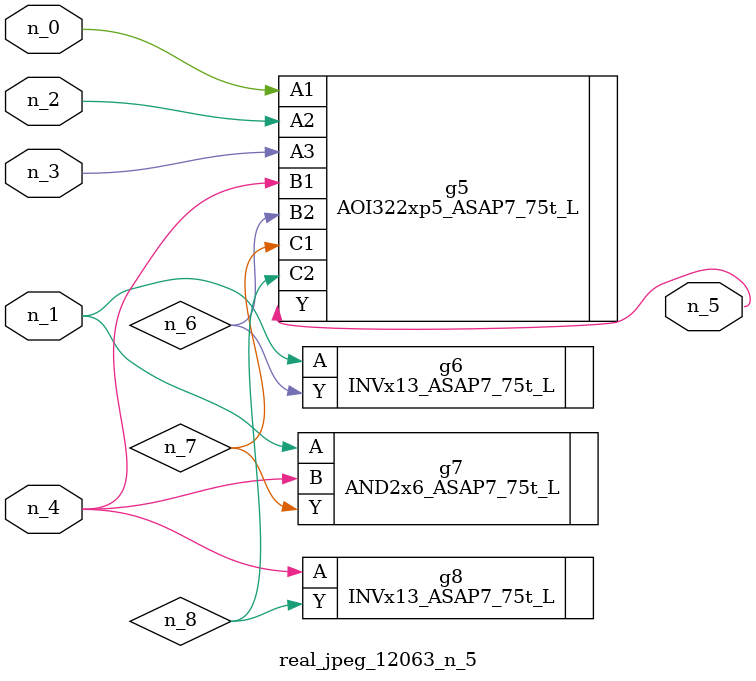
<source format=v>
module real_jpeg_12063_n_5 (n_4, n_0, n_1, n_2, n_3, n_5);

input n_4;
input n_0;
input n_1;
input n_2;
input n_3;

output n_5;

wire n_8;
wire n_6;
wire n_7;

AOI322xp5_ASAP7_75t_L g5 ( 
.A1(n_0),
.A2(n_2),
.A3(n_3),
.B1(n_4),
.B2(n_6),
.C1(n_7),
.C2(n_8),
.Y(n_5)
);

INVx13_ASAP7_75t_L g6 ( 
.A(n_1),
.Y(n_6)
);

AND2x6_ASAP7_75t_L g7 ( 
.A(n_1),
.B(n_4),
.Y(n_7)
);

INVx13_ASAP7_75t_L g8 ( 
.A(n_4),
.Y(n_8)
);


endmodule
</source>
